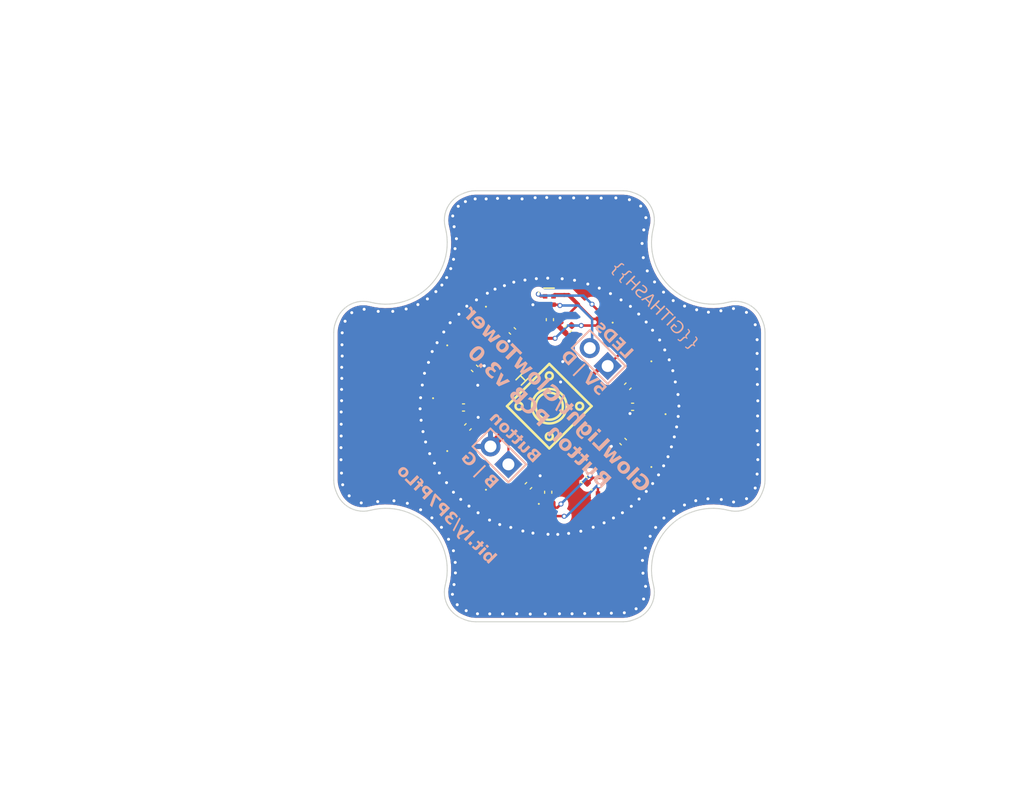
<source format=kicad_pcb>
(kicad_pcb (version 20240108) (generator "pcbnew") (generator_version "8.0")
  (title_block (comment 4 "AISLER Project ID: EJJVQQVN"))
  (layers (0 "F.Cu" signal) (31 "B.Cu" signal) (34 "B.Paste" user) (35 "F.Paste" user) (36 "B.SilkS" user "B.Silkscreen") (37 "F.SilkS" user "F.Silkscreen") (38 "B.Mask" user) (39 "F.Mask" user) (44 "Edge.Cuts" user))
  (net 0 "")
  (net 1 "gnd")
  (net 2 "vcc")
  (net 3 "input")
  (net 4 "data")
  (net 5 "leds.led_1.ic-din")
  (net 6 "leds.led_2.ic-din")
  (net 7 "leds.led_3.ic-din")
  (net 8 "leds.led_4.ic-din")
  (net 9 "leds.led_5.ic-din")
  (net 10 "leds.led_6.ic-din")
  (net 11 "leds.led_7.ic-din")
  (net 12 "leds.led_8.ic-din")
  (net 13 "leds.led_9.ic-din")
  (net 14 "leds.led_10.ic-din")
  (net 15 "leds.led_11.ic-din")
  (net 16 "dout")
  (net 17 "p2")
  (net 18 "p4")
  (footprint "lib:C0402" (layer "F.Cu") (at 98.550494 53.498473 -135)
    (property "Reference" "C2" (hide yes))
    (property "Value" "")
  )
  (footprint "lib:C0402" (layer "F.Cu") (at 100.131083 68.629062 135)
    (property "Reference" "C6" (hide yes))
    (property "Value" "")
  )
  (footprint "lib:LED-SMD_4P-L1.0-W1.0-TL_XL-1010RGBC-WS2812B" (layer "F.Cu") (at 101.950469 52.068597 180)
    (property "Reference" "U4" (hide yes))
    (property "Value" "")
  )
  (footprint "lib:LED-SMD_4P-L1.0-W1.0-TL_XL-1010RGBC-WS2812B" (layer "F.Cu") (at 105.83032 55.948448 180)
    (property "Reference" "U5" (hide yes))
    (property "Value" "")
  )
  (footprint "lib:SOD-923_L0.8-W0.6-LS1.0-RD" (layer "F.Cu") (at 93.92 58.53 -135)
    (property "Reference" "U16" (hide yes))
    (property "Value" "")
  )
  (footprint "lib:C0402" (layer "F.Cu") (at 94.560494 69.228473 45)
    (property "Reference" "C8" (hide yes))
    (property "Value" "")
  )
  (footprint "lib:KEY-SMD_4P-L6.0-W6.0-P4.50-LS8.6" (layer "F.Cu") (at 96.650494 61.248423 -45)
    (property "Reference" "U15" (hide yes))
    (property "Value" "")
  )
  (footprint "lib:LED-SMD_4P-L1.0-W1.0-TL_XL-1010RGBC-WS2812B" (layer "F.Cu") (at 91.350519 70.428249)
    (property "Reference" "U10" (hide yes))
    (property "Value" "")
  )
  (footprint "lib:C0402" (layer "F.Cu") (at 96.540494 69.878473 90)
    (property "Reference" "C7" (hide yes))
    (property "Value" "")
  )
  (footprint "lib:C0402" (layer "F.Cu") (at 89.170494 57.458473 -45)
    (property "Reference" "C11" (hide yes))
    (property "Value" "")
  )
  (footprint "lib:C0402" (layer "F.Cu") (at 105.000494 61.308473 180)
    (property "Reference" "C4" (hide yes))
    (property "Value" "")
  )
  (footprint "lib:LED-SMD_4P-L1.0-W1.0-TL_XL-1010RGBC-WS2812B" (layer "F.Cu") (at 91.350519 52.068597)
    (property "Reference" "U14" (hide yes))
    (property "Value" "")
  )
  (footprint "lib:C0402" (layer "F.Cu") (at 88.490494 63.328473 45)
    (property "Reference" "C9" (hide yes))
    (property "Value" "")
  )
  (footprint "lib:C0402" (layer "F.Cu") (at 96.710494 52.568473 -90)
    (property "Reference" "C1" (hide yes))
    (property "Value" "")
  )
  (footprint "lib:LED-SMD_4P-L1.0-W1.0-TL_XL-1010RGBC-WS2812B" (layer "F.Cu") (at 96.650494 50.648473)
    (property "Reference" "U3" (hide yes))
    (property "Value" "")
  )
  (footprint "lib:C0402" (layer "F.Cu") (at 92.950494 53.698473 -45)
    (property "Reference" "C12" (hide yes))
    (property "Value" "")
  )
  (footprint "lib:LED-SMD_4P-L1.0-W1.0-TL_XL-1010RGBC-WS2812B" (layer "F.Cu") (at 101.950469 70.428249)
    (property "Reference" "U8" (hide yes))
    (property "Value" "")
  )
  (footprint "lib:C0402" (layer "F.Cu") (at 88.050494 61.378473)
    (property "Reference" "C10" (hide yes))
    (property "Value" "")
  )
  (footprint "lib:C0402" (layer "F.Cu") (at 104.050494 64.798473 135)
    (property "Reference" "C5" (hide yes))
    (property "Value" "")
  )
  (footprint "lib:LED-SMD_4P-L1.0-W1.0-TL_XL-1010RGBC-WS2812B" (layer "F.Cu") (at 107.250444 61.248423 180)
    (property "Reference" "U6" (hide yes))
    (property "Value" "")
  )
  (footprint "lib:LED-SMD_4P-L1.0-W1.0-TL_XL-1010RGBC-WS2812B" (layer "F.Cu") (at 105.83032 66.548398 180)
    (property "Reference" "U7" (hide yes))
    (property "Value" "")
  )
  (footprint "lib:LED-SMD_4P-L1.0-W1.0-TL_XL-1010RGBC-WS2812B" (layer "F.Cu") (at 96.650494 71.848373)
    (property "Reference" "U9" (hide yes))
    (property "Value" "")
  )
  (footprint "lib:LED-SMD_4P-L1.0-W1.0-TL_XL-1010RGBC-WS2812B" (layer "F.Cu") (at 86.050544 61.248423)
    (property "Reference" "U12" (hide yes))
    (property "Value" "")
  )
  (footprint "lib:LED-SMD_4P-L1.0-W1.0-TL_XL-1010RGBC-WS2812B" (layer "F.Cu") (at 87.470668 55.948448)
    (property "Reference" "U13" (hide yes))
    (property "Value" "")
  )
  (footprint "lib:C0402" (layer "F.Cu") (at 104.519905 59.249062 -135)
    (property "Reference" "C3" (hide yes))
    (property "Value" "")
  )
  (footprint "lib:LED-SMD_4P-L1.0-W1.0-TL_XL-1010RGBC-WS2812B" (layer "F.Cu") (at 87.470668 66.548398)
    (property "Reference" "U11" (hide yes))
    (property "Value" "")
  )
  (footprint "lib:HDR-TH_2P-P2.54-V-M" (layer "B.Cu") (at 91.652159 66.185841 135)
    (property "Reference" "U2" (hide yes))
    (property "Value" "")
  )
  (footprint "lib:HDR-TH_2P-P2.54-V-M" (layer "B.Cu") (at 101.602055 56.320034 135)
    (property "Reference" "U1" (hide yes))
    (property "Value" "")
  )
  (gr_line (start 96.100494 49.408473) (end 97.140494 49.408473) (stroke (width 0.15)) (layer "F.SilkS"))
  (gr_line (start 86.598326 81.479625) (end 86.802358 81.75245) (stroke (width 0.1)) (layer "Edge.Cuts"))
  (gr_line (start 76.432363 71.313737) (end 76.72759 71.483761) (stroke (width 0.1)) (layer "Edge.Cuts"))
  (gr_line (start 107.169319 42.30296) (end 107.113802 41.966834) (stroke (width 0.1)) (layer "Edge.Cuts"))
  (gr_line (start 85.255623 74.042489) (end 85.527457 74.452607) (stroke (width 0.1)) (layer "Edge.Cuts"))
  (gr_line (start 106.714974 41.031111) (end 106.510941 40.758286) (stroke (width 0.1)) (layer "Edge.Cuts"))
  (gr_line (start 106.894526 44.776796) (end 106.921511 44.28551) (stroke (width 0.1)) (layer "Edge.Cuts"))
  (gr_line (start 108.695141 49.216875) (end 108.361422 48.855321) (stroke (width 0.1)) (layer "Edge.Cuts"))
  (gr_line (start 75.512481 70.324841) (end 75.696282 70.611695) (stroke (width 0.1)) (layer "Edge.Cuts"))
  (gr_line (start 77.040996 71.617343) (end 77.368103 71.712572) (stroke (width 0.1)) (layer "Edge.Cuts"))
  (gr_line (start 107.018625 80.871021) (end 107.113855 80.543914) (stroke (width 0.1)) (layer "Edge.Cuts"))
  (gr_line (start 108.361422 48.855321) (end 108.057673 48.468247) (stroke (width 0.1)) (layer "Edge.Cuts"))
  (gr_line (start 117.800774 70.324822) (end 117.949027 70.018086) (stroke (width 0.1)) (layer "Edge.Cuts"))
  (gr_line (start 110.73262 50.567354) (end 110.284422 50.364355) (stroke (width 0.1)) (layer "Edge.Cuts"))
  (gr_line (start 114.928986 71.757397) (end 115.2687 71.783102) (stroke (width 0.1)) (layer "Edge.Cuts"))
  (gr_line (start 107.158625 42.98302) (end 107.184331 42.643311) (stroke (width 0.1)) (layer "Edge.Cuts"))
  (gr_line (start 78.718528 71.691337) (end 79.199234 71.586402) (stroke (width 0.1)) (layer "Edge.Cuts"))
  (gr_line (start 75.912998 70.874566) (end 76.159533 71.109701) (stroke (width 0.1)) (layer "Edge.Cuts"))
  (gr_line (start 86.35474 45.757973) (end 86.264134 46.241585) (stroke (width 0.1)) (layer "Edge.Cuts"))
  (gr_line (start 86.143983 80.207776) (end 86.1995 80.543901) (stroke (width 0.1)) (layer "Edge.Cuts"))
  (gr_line (start 106.958561 76.752763) (end 107.049167 76.269152) (stroke (width 0.1)) (layer "Edge.Cuts"))
  (gr_line (start 112.154042 50.953458) (end 111.670432 50.862851) (stroke (width 0.1)) (layer "Edge.Cuts"))
  (gr_line (start 117.153737 71.109684) (end 117.400267 70.874548) (stroke (width 0.1)) (layer "Edge.Cuts"))
  (gr_line (start 86.199443 41.966822) (end 86.143925 42.302955) (stroke (width 0.1)) (layer "Edge.Cuts"))
  (gr_line (start 111.195611 50.733875) (end 110.73262 50.567354) (stroke (width 0.1)) (layer "Edge.Cuts"))
  (gr_line (start 78.384308 50.753362) (end 78.044597 50.727663) (stroke (width 0.1)) (layer "Edge.Cuts"))
  (gr_line (start 106.012977 82.215738) (end 106.275849 81.999021) (stroke (width 0.1)) (layer "Edge.Cuts"))
  (gr_line (start 108.057673 48.468247) (end 107.78584 48.058129) (stroke (width 0.1)) (layer "Edge.Cuts"))
  (gr_line (start 87.89393 82.547747) (end 88.203426 82.672502) (stroke (width 0.1)) (layer "Edge.Cuts"))
  (gr_line (start 107.547664 74.883143) (end 107.785842 74.452607) (stroke (width 0.1)) (layer "Edge.Cuts"))
  (gr_line (start 87.30032 40.294999) (end 87.037448 40.511715) (stroke (width 0.1)) (layer "Edge.Cuts"))
  (gr_line (start 80.178076 51.01749) (end 79.686791 50.990506) (stroke (width 0.1)) (layer "Edge.Cuts"))
  (gr_line (start 85.765636 74.883141) (end 85.968635 75.33134) (stroke (width 0.1)) (layer "Edge.Cuts"))
  (gr_line (start 81.642866 50.862853) (end 81.159254 50.953459) (stroke (width 0.1)) (layer "Edge.Cuts"))
  (gr_line (start 112.64335 51.005114) (end 112.154042 50.953458) (stroke (width 0.1)) (layer "Edge.Cuts"))
  (gr_line (start 86.128971 79.867427) (end 86.143983 80.207776) (stroke (width 0.1)) (layer "Edge.Cuts"))
  (gr_line (start 77.704248 50.742683) (end 77.368122 50.798206) (stroke (width 0.1)) (layer "Edge.Cuts"))
  (gr_line (start 106.906904 77.24207) (end 106.958561 76.752763) (stroke (width 0.1)) (layer "Edge.Cuts"))
  (gr_line (start 87.037488 81.99898) (end 87.300354 82.215692) (stroke (width 0.1)) (layer "Edge.Cuts"))
  (gr_line (start 106.906902 45.268667) (end 106.894526 44.776796) (stroke (width 0.1)) (layer "Edge.Cuts"))
  (gr_line (start 106.921511 44.28551) (end 106.987682 43.797954) (stroke (width 0.1)) (layer "Edge.Cuts"))
  (gr_line (start 109.443771 72.656395) (end 109.853888 72.384561) (stroke (width 0.1)) (layer "Edge.Cuts"))
  (gr_line (start 86.325616 43.797954) (end 86.391788 44.28551) (stroke (width 0.1)) (layer "Edge.Cuts"))
  (gr_line (start 118.073783 69.708591) (end 118.183763 69.369065) (stroke (width 0.1)) (layer "Edge.Cuts"))
  (gr_line (start 86.220679 43.317248) (end 86.325616 43.797954) (stroke (width 0.1)) (layer "Edge.Cuts"))
  (gr_line (start 107.018574 41.639734) (end 106.884995 41.326333) (stroke (width 0.1)) (layer "Edge.Cuts"))
  (gr_line (start 105.726124 82.399539) (end 106.012977 82.215738) (stroke (width 0.1)) (layer "Edge.Cuts"))
  (gr_line (start 109.056697 72.960143) (end 109.443771 72.656395) (stroke (width 0.1)) (layer "Edge.Cuts"))
  (gr_line (start 116.585709 51.026972) (end 116.272302 50.893391) (stroke (width 0.1)) (layer "Edge.Cuts"))
  (gr_line (start 83.869529 49.854345) (end 83.459411 50.126178) (stroke (width 0.1)) (layer "Edge.Cuts"))
  (gr_line (start 87.037448 40.511715) (end 86.802315 40.75825) (stroke (width 0.1)) (layer "Edge.Cuts"))
  (gr_line (start 107.547661 47.627595) (end 107.344662 47.179396) (stroke (width 0.1)) (layer "Edge.Cuts"))
  (gr_line (start 84.256602 72.960142) (end 84.618155 73.293861) (stroke (width 0.1)) (layer "Edge.Cuts"))
  (gr_line (start 112.154044 71.55728) (end 112.64335 71.505623) (stroke (width 0.1)) (layer "Edge.Cuts"))
  (gr_line (start 86.135158 46.716407) (end 85.968637 47.179398) (stroke (width 0.1)) (layer "Edge.Cuts"))
  (gr_line (start 114.114063 50.924334) (end 113.626507 50.990505) (stroke (width 0.1)) (layer "Edge.Cuts"))
  (gr_line (start 85.968637 47.179398) (end 85.765638 47.627595) (stroke (width 0.1)) (layer "Edge.Cuts"))
  (gr_line (start 116.272285 71.617332) (end 116.585688 71.483748) (stroke (width 0.1)) (layer "Edge.Cuts"))
  (gr_line (start 77.041022 50.893439) (end 76.727622 51.027021) (stroke (width 0.1)) (layer "Edge.Cuts"))
  (gr_line (start 109.443769 49.854343) (end 109.056695 49.550594) (stroke (width 0.1)) (layer "Edge.Cuts"))
  (gr_line (start 107.178141 46.716405) (end 107.049165 46.241585) (stroke (width 0.1)) (layer "Edge.Cuts"))
  (gr_line (start 116.585688 71.483748) (end 116.880911 71.313722) (stroke (width 0.1)) (layer "Edge.Cuts"))
  (gr_line (start 88.203426 39.838234) (end 87.89393 39.962989) (stroke (width 0.1)) (layer "Edge.Cuts"))
  (gr_line (start 106.921513 78.225226) (end 106.894529 77.73394) (stroke (width 0.1)) (layer "Edge.Cuts"))
  (gr_line (start 78.718528 50.819399) (end 78.384308 50.753362) (stroke (width 0.1)) (layer "Edge.Cuts"))
  (gr_line (start 88.542952 82.782482) (end 88.893559 82.849173) (stroke (width 0.1)) (layer "Edge.Cuts"))
  (gr_line (start 104.770346 82.782489) (end 105.109871 82.672502) (stroke (width 0.1)) (layer "Edge.Cuts"))
  (gr_line (start 117.949027 70.018086) (end 118.073783 69.708591) (stroke (width 0.1)) (layer "Edge.Cuts"))
  (gr_line (start 104.419737 39.661562) (end 104.063544 39.639214) (stroke (width 0.1)) (layer "Edge.Cuts"))
  (gr_line (start 78.044597 50.727663) (end 77.704248 50.742683) (stroke (width 0.1)) (layer "Edge.Cuts"))
  (gr_line (start 105.109871 82.672502) (end 105.419367 82.547747) (stroke (width 0.1)) (layer "Edge.Cuts"))
  (gr_line (start 106.275849 81.999021) (end 106.510982 81.752487) (stroke (width 0.1)) (layer "Edge.Cuts"))
  (gr_line (start 85.765638 47.627595) (end 85.527459 48.058131) (stroke (width 0.1)) (layer "Edge.Cuts"))
  (gr_line (start 87.300354 82.215692) (end 87.587201 82.39949) (stroke (width 0.1)) (layer "Edge.Cuts"))
  (gr_line (start 113.13522 51.01749) (end 112.64335 51.005114) (stroke (width 0.1)) (layer "Edge.Cuts"))
  (gr_line (start 84.256603 49.550596) (end 83.869529 49.854345) (stroke (width 0.1)) (layer "Edge.Cuts"))
  (gr_line (start 75.129523 69.369067) (end 75.239514 69.708591) (stroke (width 0.1)) (layer "Edge.Cuts"))
  (gr_line (start 87.587201 82.39949) (end 87.89393 82.547747) (stroke (width 0.1)) (layer "Edge.Cuts"))
  (gr_line (start 105.419367 82.547747) (end 105.726124 82.399539) (stroke (width 0.1)) (layer "Edge.Cuts"))
  (gr_line (start 77.368122 50.798206) (end 77.041022 50.893439) (stroke (width 0.1)) (layer "Edge.Cuts"))
  (gr_line (start 82.117687 50.733876) (end 81.642866 50.862853) (stroke (width 0.1)) (layer "Edge.Cuts"))
  (gr_line (start 106.958558 45.757974) (end 106.906902 45.268667) (stroke (width 0.1)) (layer "Edge.Cuts"))
  (gr_line (start 86.154678 79.527718) (end 86.128971 79.867427) (stroke (width 0.1)) (layer "Edge.Cuts"))
  (gr_line (start 75.364269 52.49265) (end 75.239514 52.802145) (stroke (width 0.1)) (layer "Edge.Cuts"))
  (gr_line (start 79.68679 71.520231) (end 80.178076 71.493246) (stroke (width 0.1)) (layer "Edge.Cuts"))
  (gr_line (start 107.113855 80.543914) (end 107.169372 80.207781) (stroke (width 0.1)) (layer "Edge.Cuts"))
  (gr_line (start 86.418772 44.776796) (end 86.406397 45.268666) (stroke (width 0.1)) (layer "Edge.Cuts"))
  (gr_line (start 117.153769 51.401032) (end 116.880938 51.196995) (stroke (width 0.1)) (layer "Edge.Cuts"))
  (gr_line (start 107.344664 75.33134) (end 107.547664 74.883143) (stroke (width 0.1)) (layer "Edge.Cuts"))
  (gr_line (start 115.268706 50.727631) (end 114.92899 50.753339) (stroke (width 0.1)) (layer "Edge.Cuts"))
  (gr_line (start 86.128912 42.643311) (end 86.15462 42.983027) (stroke (width 0.1)) (layer "Edge.Cuts"))
  (gr_line (start 84.618157 49.216876) (end 84.256603 49.550596) (stroke (width 0.1)) (layer "Edge.Cuts"))
  (gr_line (start 88.203426 82.672502) (end 88.542952 82.782482) (stroke (width 0.1)) (layer "Edge.Cuts"))
  (gr_line (start 75.129529 53.14167) (end 75.062843 53.492278) (stroke (width 0.1)) (layer "Edge.Cuts"))
  (gr_line (start 86.325615 78.712782) (end 86.220679 79.193488) (stroke (width 0.1)) (layer "Edge.Cuts"))
  (gr_line (start 117.400267 70.874548) (end 117.616978 70.611676) (stroke (width 0.1)) (layer "Edge.Cuts"))
  (gr_line (start 104.419738 82.849178) (end 104.770346 82.782489) (stroke (width 0.1)) (layer "Edge.Cuts"))
  (gr_line (start 107.092617 79.193488) (end 106.987684 78.712782) (stroke (width 0.1)) (layer "Edge.Cuts"))
  (gr_line (start 109.853887 50.126176) (end 109.443769 49.854343) (stroke (width 0.1)) (layer "Edge.Cuts"))
  (gr_line (start 115.945195 50.798161) (end 115.609062 50.742643) (stroke (width 0.1)) (layer "Edge.Cuts"))
  (gr_line (start 76.159576 51.401078) (end 75.913044 51.636208) (stroke (width 0.1)) (layer "Edge.Cuts"))
  (gr_line (start 86.428255 41.326309) (end 86.294673 41.639715) (stroke (width 0.1)) (layer "Edge.Cuts"))
  (gr_line (start 107.184331 42.643311) (end 107.169319 42.30296) (stroke (width 0.1)) (layer "Edge.Cuts"))
  (gr_line (start 106.894529 77.73394) (end 106.906904 77.24207) (stroke (width 0.1)) (layer "Edge.Cuts"))
  (gr_line (start 88.893558 39.661561) (end 88.54295 39.728247) (stroke (width 0.1)) (layer "Edge.Cuts"))
  (gr_line (start 86.354738 76.752762) (end 86.406394 77.242069) (stroke (width 0.1)) (layer "Edge.Cuts"))
  (gr_line (start 86.391788 44.28551) (end 86.418772 44.776796) (stroke (width 0.1)) (layer "Edge.Cuts"))
  (gr_line (start 105.419367 39.962989) (end 105.109871 39.838234) (stroke (width 0.1)) (layer "Edge.Cuts"))
  (gr_line (start 83.45941 72.38456) (end 83.869527 72.656393) (stroke (width 0.1)) (layer "Edge.Cuts"))
  (gr_line (start 107.113802 41.966834) (end 107.018574 41.639734) (stroke (width 0.1)) (layer "Edge.Cuts"))
  (gr_line (start 106.71502 81.479656) (end 106.885043 81.184428) (stroke (width 0.1)) (layer "Edge.Cuts"))
  (gr_line (start 109.056695 49.550594) (end 108.695141 49.216875) (stroke (width 0.1)) (layer "Edge.Cuts"))
  (gr_line (start 75.040494 68.662263) (end 75.062829 69.018459) (stroke (width 0.1)) (layer "Edge.Cuts"))
  (gr_line (start 118.250453 69.018457) (end 118.272802 68.662263) (stroke (width 0.1)) (layer "Edge.Cuts"))
  (gr_line (start 84.951874 73.655415) (end 85.255623 74.042489) (stroke (width 0.1)) (layer "Edge.Cuts"))
  (gr_line (start 86.143925 42.302955) (end 86.128912 42.643311) (stroke (width 0.1)) (layer "Edge.Cuts"))
  (gr_line (start 76.72759 71.483761) (end 77.040996 71.617343) (stroke (width 0.1)) (layer "Edge.Cuts"))
  (gr_line (start 114.594769 50.819399) (end 114.114063 50.924334) (stroke (width 0.1)) (layer "Edge.Cuts"))
  (gr_line (start 117.800823 52.185891) (end 117.617021 51.899038) (stroke (width 0.1)) (layer "Edge.Cuts"))
  (gr_line (start 75.040494 53.848473) (end 75.040494 68.662263) (stroke (width 0.1)) (layer "Edge.Cuts"))
  (gr_line (start 115.609062 50.742643) (end 115.268706 50.727631) (stroke (width 0.1)) (layer "Edge.Cuts"))
  (gr_line (start 117.400305 51.636166) (end 117.153769 51.401032) (stroke (width 0.1)) (layer "Edge.Cuts"))
  (gr_line (start 85.255626 48.468248) (end 84.951877 48.855322) (stroke (width 0.1)) (layer "Edge.Cuts"))
  (gr_line (start 113.626506 71.520231) (end 114.114063 71.586402) (stroke (width 0.1)) (layer "Edge.Cuts"))
  (gr_line (start 86.264132 76.269151) (end 86.354738 76.752762) (stroke (width 0.1)) (layer "Edge.Cuts"))
  (gr_line (start 87.89393 39.962989) (end 87.587173 40.111197) (stroke (width 0.1)) (layer "Edge.Cuts"))
  (gr_line (start 75.51253 52.185921) (end 75.364269 52.49265) (stroke (width 0.1)) (layer "Edge.Cuts"))
  (gr_line (start 79.199234 71.586402) (end 79.68679 71.520231) (stroke (width 0.1)) (layer "Edge.Cuts"))
  (gr_line (start 106.885043 81.184428) (end 107.018625 80.871021) (stroke (width 0.1)) (layer "Edge.Cuts"))
  (gr_line (start 86.41877 77.73394) (end 86.391786 78.225226) (stroke (width 0.1)) (layer "Edge.Cuts"))
  (gr_line (start 80.669948 51.005115) (end 80.178076 51.01749) (stroke (width 0.1)) (layer "Edge.Cuts"))
  (gr_line (start 86.428306 81.184402) (end 86.598326 81.479625) (stroke (width 0.1)) (layer "Edge.Cuts"))
  (gr_line (start 76.4324 51.197044) (end 76.159576 51.401078) (stroke (width 0.1)) (layer "Edge.Cuts"))
  (gr_line (start 75.239514 69.708591) (end 75.364269 70.018086) (stroke (width 0.1)) (layer "Edge.Cuts"))
  (gr_line (start 118.183769 53.14167) (end 118.073783 52.802145) (stroke (width 0.1)) (layer "Edge.Cuts"))
  (gr_line (start 107.785842 74.452607) (end 108.057676 74.04249) (stroke (width 0.1)) (layer "Edge.Cuts"))
  (gr_line (start 80.178076 71.493246) (end 80.669947 71.505622) (stroke (width 0.1)) (layer "Edge.Cuts"))
  (gr_line (start 106.884995 41.326333) (end 106.714974 41.031111) (stroke (width 0.1)) (layer "Edge.Cuts"))
  (gr_line (start 75.062829 69.018459) (end 75.129523 69.369067) (stroke (width 0.1)) (layer "Edge.Cuts"))
  (gr_line (start 112.64335 71.505623) (end 113.135221 71.493247) (stroke (width 0.1)) (layer "Edge.Cuts"))
  (gr_line (start 117.616978 70.611676) (end 117.800774 70.324822) (stroke (width 0.1)) (layer "Edge.Cuts"))
  (gr_line (start 106.510982 81.752487) (end 106.71502 81.479656) (stroke (width 0.1)) (layer "Edge.Cuts"))
  (gr_line (start 118.25046 53.492278) (end 118.183769 53.14167) (stroke (width 0.1)) (layer "Edge.Cuts"))
  (gr_line (start 85.527459 48.058131) (end 85.255626 48.468248) (stroke (width 0.1)) (layer "Edge.Cuts"))
  (gr_line (start 115.609053 71.768086) (end 115.945182 71.712565) (stroke (width 0.1)) (layer "Edge.Cuts"))
  (gr_line (start 75.364269 70.018086) (end 75.512481 70.324841) (stroke (width 0.1)) (layer "Edge.Cuts"))
  (gr_line (start 104.770347 39.728248) (end 104.419737 39.661562) (stroke (width 0.1)) (layer "Edge.Cuts"))
  (gr_line (start 116.880911 71.313722) (end 117.153737 71.109684) (stroke (width 0.1)) (layer "Edge.Cuts"))
  (gr_line (start 85.968635 75.33134) (end 86.135155 75.794331) (stroke (width 0.1)) (layer "Edge.Cuts"))
  (gr_line (start 75.062843 53.492278) (end 75.040494 53.848473) (stroke (width 0.1)) (layer "Edge.Cuts"))
  (gr_line (start 115.2687 71.783102) (end 115.609053 71.768086) (stroke (width 0.1)) (layer "Edge.Cuts"))
  (gr_line (start 86.802358 81.75245) (end 87.037488 81.99898) (stroke (width 0.1)) (layer "Edge.Cuts"))
  (gr_line (start 86.264134 46.241585) (end 86.135158 46.716407) (stroke (width 0.1)) (layer "Edge.Cuts"))
  (gr_line (start 107.169372 80.207781) (end 107.184385 79.867425) (stroke (width 0.1)) (layer "Edge.Cuts"))
  (gr_line (start 82.580678 50.567356) (end 82.117687 50.733876) (stroke (width 0.1)) (layer "Edge.Cuts"))
  (gr_line (start 88.893559 82.849173) (end 89.249753 82.871522) (stroke (width 0.1)) (layer "Edge.Cuts"))
  (gr_line (start 106.275811 40.511755) (end 106.012944 40.295043) (stroke (width 0.1)) (layer "Edge.Cuts"))
  (gr_line (start 107.049165 46.241585) (end 106.958558 45.757974) (stroke (width 0.1)) (layer "Edge.Cuts"))
  (gr_line (start 79.199234 50.924334) (end 78.718528 50.819399) (stroke (width 0.1)) (layer "Edge.Cuts"))
  (gr_line (start 76.727622 51.027021) (end 76.4324 51.197044) (stroke (width 0.1)) (layer "Edge.Cuts"))
  (gr_line (start 86.598279 41.031081) (end 86.428255 41.326309) (stroke (width 0.1)) (layer "Edge.Cuts"))
  (gr_line (start 108.057676 74.04249) (end 108.361424 73.655416) (stroke (width 0.1)) (layer "Edge.Cuts"))
  (gr_line (start 78.044592 71.783104) (end 78.384307 71.757396) (stroke (width 0.1)) (layer "Edge.Cuts"))
  (gr_line (start 104.063544 39.639214) (end 89.249753 39.639214) (stroke (width 0.1)) (layer "Edge.Cuts"))
  (gr_line (start 77.704236 71.768091) (end 78.044592 71.783104) (stroke (width 0.1)) (layer "Edge.Cuts"))
  (gr_line (start 84.618155 73.293861) (end 84.951874 73.655415) (stroke (width 0.1)) (layer "Edge.Cuts"))
  (gr_line (start 89.249753 82.871522) (end 104.063544 82.871522) (stroke (width 0.1)) (layer "Edge.Cuts"))
  (gr_line (start 83.869527 72.656393) (end 84.256602 72.960142) (stroke (width 0.1)) (layer "Edge.Cuts"))
  (gr_line (start 108.695143 73.293862) (end 109.056697 72.960143) (stroke (width 0.1)) (layer "Edge.Cuts"))
  (gr_line (start 111.670432 71.647885) (end 112.154044 71.55728) (stroke (width 0.1)) (layer "Edge.Cuts"))
  (gr_line (start 86.294673 41.639715) (end 86.199443 41.966822) (stroke (width 0.1)) (layer "Edge.Cuts"))
  (gr_line (start 113.135221 71.493247) (end 113.626506 71.520231) (stroke (width 0.1)) (layer "Edge.Cuts"))
  (gr_line (start 82.117686 71.776861) (end 82.580677 71.943382) (stroke (width 0.1)) (layer "Edge.Cuts"))
  (gr_line (start 75.696331 51.899075) (end 75.51253 52.185921) (stroke (width 0.1)) (layer "Edge.Cuts"))
  (gr_line (start 75.696282 70.611695) (end 75.912998 70.874566) (stroke (width 0.1)) (layer "Edge.Cuts"))
  (gr_line (start 107.344662 47.179396) (end 107.178141 46.716405) (stroke (width 0.1)) (layer "Edge.Cuts"))
  (gr_line (start 117.617021 51.899038) (end 117.400305 51.636166) (stroke (width 0.1)) (layer "Edge.Cuts"))
  (gr_line (start 117.949027 52.49265) (end 117.800823 52.185891) (stroke (width 0.1)) (layer "Edge.Cuts"))
  (gr_line (start 82.580677 71.943382) (end 83.028875 72.146381) (stroke (width 0.1)) (layer "Edge.Cuts"))
  (gr_line (start 106.510941 40.758286) (end 106.275811 40.511755) (stroke (width 0.1)) (layer "Edge.Cuts"))
  (gr_line (start 105.109871 39.838234) (end 104.770347 39.728248) (stroke (width 0.1)) (layer "Edge.Cuts"))
  (gr_line (start 109.853888 72.384561) (end 110.284423 72.146382) (stroke (width 0.1)) (layer "Edge.Cuts"))
  (gr_line (start 81.642865 71.647885) (end 82.117686 71.776861) (stroke (width 0.1)) (layer "Edge.Cuts"))
  (gr_line (start 116.880938 51.196995) (end 116.585709 51.026972) (stroke (width 0.1)) (layer "Edge.Cuts"))
  (gr_line (start 118.272802 68.662263) (end 118.272802 53.848473) (stroke (width 0.1)) (layer "Edge.Cuts"))
  (gr_line (start 75.239514 52.802145) (end 75.129529 53.14167) (stroke (width 0.1)) (layer "Edge.Cuts"))
  (gr_line (start 83.459411 50.126178) (end 83.028876 50.364357) (stroke (width 0.1)) (layer "Edge.Cuts"))
  (gr_line (start 107.049167 76.269152) (end 107.178143 75.794331) (stroke (width 0.1)) (layer "Edge.Cuts"))
  (gr_line (start 77.368103 71.712572) (end 77.704236 71.768091) (stroke (width 0.1)) (layer "Edge.Cuts"))
  (gr_line (start 86.294727 80.871002) (end 86.428306 81.184402) (stroke (width 0.1)) (layer "Edge.Cuts"))
  (gr_line (start 114.594769 71.691337) (end 114.928986 71.757397) (stroke (width 0.1)) (layer "Edge.Cuts"))
  (gr_line (start 111.670432 50.862851) (end 111.195611 50.733875) (stroke (width 0.1)) (layer "Edge.Cuts"))
  (gr_line (start 86.220679 79.193488) (end 86.154678 79.527718) (stroke (width 0.1)) (layer "Edge.Cuts"))
  (gr_line (start 107.158678 79.527709) (end 107.092617 79.193488) (stroke (width 0.1)) (layer "Edge.Cuts"))
  (gr_line (start 104.063544 82.871522) (end 104.419738 82.849178) (stroke (width 0.1)) (layer "Edge.Cuts"))
  (gr_line (start 89.249753 39.639214) (end 88.893558 39.661561) (stroke (width 0.1)) (layer "Edge.Cuts"))
  (gr_line (start 107.178143 75.794331) (end 107.344664 75.33134) (stroke (width 0.1)) (layer "Edge.Cuts"))
  (gr_line (start 106.987684 78.712782) (end 106.921513 78.225226) (stroke (width 0.1)) (layer "Edge.Cuts"))
  (gr_line (start 111.195612 71.776862) (end 111.670432 71.647885) (stroke (width 0.1)) (layer "Edge.Cuts"))
  (gr_line (start 79.686791 50.990506) (end 79.199234 50.924334) (stroke (width 0.1)) (layer "Edge.Cuts"))
  (gr_line (start 86.391786 78.225226) (end 86.325615 78.712782) (stroke (width 0.1)) (layer "Edge.Cuts"))
  (gr_line (start 86.802315 40.75825) (end 86.598279 41.031081) (stroke (width 0.1)) (layer "Edge.Cuts"))
  (gr_line (start 114.114063 71.586402) (end 114.594769 71.691337) (stroke (width 0.1)) (layer "Edge.Cuts"))
  (gr_line (start 83.028875 72.146381) (end 83.45941 72.38456) (stroke (width 0.1)) (layer "Edge.Cuts"))
  (gr_line (start 86.135155 75.794331) (end 86.264132 76.269151) (stroke (width 0.1)) (layer "Edge.Cuts"))
  (gr_line (start 114.92899 50.753339) (end 114.594769 50.819399) (stroke (width 0.1)) (layer "Edge.Cuts"))
  (gr_line (start 88.54295 39.728247) (end 88.203426 39.838234) (stroke (width 0.1)) (layer "Edge.Cuts"))
  (gr_line (start 106.012944 40.295043) (end 105.726097 40.111245) (stroke (width 0.1)) (layer "Edge.Cuts"))
  (gr_line (start 107.78584 48.058129) (end 107.547661 47.627595) (stroke (width 0.1)) (layer "Edge.Cuts"))
  (gr_line (start 110.284423 72.146382) (end 110.732621 71.943382) (stroke (width 0.1)) (layer "Edge.Cuts"))
  (gr_line (start 86.406397 45.268666) (end 86.35474 45.757973) (stroke (width 0.1)) (layer "Edge.Cuts"))
  (gr_line (start 118.183763 69.369065) (end 118.250453 69.018457) (stroke (width 0.1)) (layer "Edge.Cuts"))
  (gr_line (start 107.184385 79.867425) (end 107.158678 79.527709) (stroke (width 0.1)) (layer "Edge.Cuts"))
  (gr_line (start 116.272302 50.893391) (end 115.945195 50.798161) (stroke (width 0.1)) (layer "Edge.Cuts"))
  (gr_line (start 81.159254 71.557278) (end 81.642865 71.647885) (stroke (width 0.1)) (layer "Edge.Cuts"))
  (gr_line (start 85.527457 74.452607) (end 85.765636 74.883141) (stroke (width 0.1)) (layer "Edge.Cuts"))
  (gr_line (start 118.272802 53.848473) (end 118.25046 53.492278) (stroke (width 0.1)) (layer "Edge.Cuts"))
  (gr_line (start 76.159533 71.109701) (end 76.432363 71.313737) (stroke (width 0.1)) (layer "Edge.Cuts"))
  (gr_line (start 84.951877 48.855322) (end 84.618157 49.216876) (stroke (width 0.1)) (layer "Edge.Cuts"))
  (gr_line (start 87.587173 40.111197) (end 87.30032 40.294999) (stroke (width 0.1)) (layer "Edge.Cuts"))
  (gr_line (start 115.945182 71.712565) (end 116.272285 71.617332) (stroke (width 0.1)) (layer "Edge.Cuts"))
  (gr_line (start 107.092617 43.317248) (end 107.158625 42.98302) (stroke (width 0.1)) (layer "Edge.Cuts"))
  (gr_line (start 81.159254 50.953459) (end 80.669948 51.005115) (stroke (width 0.1)) (layer "Edge.Cuts"))
  (gr_line (start 118.073783 52.802145) (end 117.949027 52.49265) (stroke (width 0.1)) (layer "Edge.Cuts"))
  (gr_line (start 110.732621 71.943382) (end 111.195612 71.776862) (stroke (width 0.1)) (layer "Edge.Cuts"))
  (gr_line (start 80.669947 71.505622) (end 81.159254 71.557278) (stroke (width 0.1)) (layer "Edge.Cuts"))
  (gr_line (start 78.384307 71.757396) (end 78.718528 71.691337) (stroke (width 0.1)) (layer "Edge.Cuts"))
  (gr_line (start 106.987682 43.797954) (end 107.092617 43.317248) (stroke (width 0.1)) (layer "Edge.Cuts"))
  (gr_line (start 75.913044 51.636208) (end 75.696331 51.899075) (stroke (width 0.1)) (layer "Edge.Cuts"))
  (gr_line (start 113.626507 50.990505) (end 113.13522 51.01749) (stroke (width 0.1)) (layer "Edge.Cuts"))
  (gr_line (start 86.406394 77.242069) (end 86.41877 77.73394) (stroke (width 0.1)) (layer "Edge.Cuts"))
  (gr_line (start 86.1995 80.543901) (end 86.294727 80.871002) (stroke (width 0.1)) (layer "Edge.Cuts"))
  (gr_line (start 110.284422 50.364355) (end 109.853887 50.126176) (stroke (width 0.1)) (layer "Edge.Cuts"))
  (gr_line (start 105.726097 40.111245) (end 105.419367 39.962989) (stroke (width 0.1)) (layer "Edge.Cuts"))
  (gr_line (start 83.028876 50.364357) (end 82.580678 50.567356) (stroke (width 0.1)) (layer "Edge.Cuts"))
  (gr_line (start 108.361424 73.655416) (end 108.695143 73.293862) (stroke (width 0.1)) (layer "Edge.Cuts"))
  (gr_line (start 86.15462 42.983027) (end 86.220679 43.317248) (stroke (width 0.1)) (layer "Edge.Cuts"))
  (gr_text "B | G" (at 90.720494 69.768347 315) (layer "B.SilkS") (effects (font (size 1.2 1.2) (thickness 0.25) (bold yes)) (justify left bottom mirror)))
  (gr_text "bit.ly/3P7PfLo" (at 85.830494 72.618347 315) (layer "B.SilkS") (effects (font (size 1.2 1.2) (thickness 0.25) (bold yes)) (justify bottom mirror)))
  (gr_text "5V | D" (at 101.550494 60.438347 315) (layer "B.SilkS") (effects (font (size 1.2 1.2) (thickness 0.25) (bold yes)) (justify left bottom mirror)))
  (gr_text "GlowLight/GlowTower\nButton PCB v3.0" (at 94.970494 62.998347 315) (layer "B.SilkS") (effects (font (size 1.5 1.5) (thickness 0.25) (bold yes)) (justify bottom mirror)))
  (gr_text "LEDs" (at 104.230494 56.748347 315) (layer "B.SilkS") (effects (font (size 1.2 1.2) (thickness 0.25) (bold yes)) (justify left bottom mirror)))
  (gr_text "{{GITHASH}}" (at 106.710494 51.698347 315) (layer "B.SilkS") (effects (font (size 1.2 1.2) (thickness 0.1)) (justify bottom mirror)))
  (gr_text "Button" (at 94.960494 67.168347 315) (layer "B.SilkS") (effects (font (size 1.2 1.2) (thickness 0.25) (bold yes)) (justify left bottom mirror)))
  (segment (start 93.289905 54.037884) (end 92.604905 54.722884) (width 0.25) (layer "F.Cu") (net 1))
  (segment (start 88.530494 61.378473) (end 89.520494 62.368473) (width 0.25) (layer "F.Cu") (net 1))
  (segment (start 100.135251 70.85323) (end 99.580494 70.298473) (width 0.25) (layer "F.Cu") (net 1))
  (segment (start 93.538162 58.911838) (end 92.651146 59.798854) (width 0.25) (layer "F.Cu") (net 1))
  (segment (start 96.130494 53.048473) (end 95.005475 51.923454) (width 0.25) (layer "F.Cu") (net 1))
  (segment (start 85.630494 67.548473) (end 85.630494 67.948473) (width 0.25) (layer "F.Cu") (net 1))
  (segment (start 96.225513 72.273354) (end 96.225513 73.803492) (width 0.25) (layer "F.Cu") (net 1))
  (segment (start 89.450494 62.368473) (end 89.520482 62.368473) (width 0.25) (layer "F.Cu") (net 1))
  (segment (start 96.225513 73.803492) (end 96.520494 74.098473) (width 0.25) (layer "F.Cu") (net 1))
  (segment (start 92.018917 64.021072) (end 90.756005 65.283984) (width 0.8) (layer "F.Cu") (net 1))
  (segment (start 87.045687 56.373429) (end 85.51545 56.373429) (width 0.25) (layer "F.Cu") (net 1))
  (segment (start 102.37545 50.363517) (end 102.780494 49.958473) (width 0.25) (layer "F.Cu") (net 1))
  (segment (start 107.675425 60.823442) (end 108.805525 60.823442) (width 0.25) (layer "F.Cu") (net 1))
  (segment (start 90.925538 72.403429) (end 90.660494 72.668473) (width 0.25) (layer "F.Cu") (net 1))
  (segment (start 107.005438 66.123417) (end 108.110494 67.228473) (width 0.25) (layer "F.Cu") (net 1))
  (segment (start 108.805525 60.823442) (end 109.550494 60.078473) (width 0.25) (layer "F.Cu") (net 1))
  (segment (start 106.255301 55.523467) (end 106.255301 54.373666) (width 0.25) (layer "F.Cu") (net 1))
  (segment (start 104.520494 59.928473) (end 104.180494 59.588473) (width 0.25) (layer "F.Cu") (net 1))
  (segment (start 92.978249 63.06174) (end 92.018917 64.021072) (width 0.8) (layer "F.Cu") (net 1))
  (segment (start 89.655599 52.493578) (end 88.380494 51.218473) (width 0.25) (layer "F.Cu") (net 1))
  (segment (start 85.625563 61.673404) (end 83.865425 61.673404) (width 0.25) (layer "F.Cu") (net 1))
  (segment (start 94.899905 68.889062) (end 95.409316 69.398473) (width 0.4) (layer "F.Cu") (net 1))
  (segment (start 89.480494 59.148473) (end 90.130938 59.798917) (width 0.25) (layer "F.Cu") (net 1))
  (segment (start 99.540494 70.258473) (end 99.580494 70.298473) (width 0.25) (layer "F.Cu") (net 1))
  (segment (start 95.005475 51.923454) (end 95.005475 51.073454) (width 0.25) (layer "F.Cu") (net 1))
  (segment (start 99.830494 68.308473) (end 99.540494 68.598473) (width 0.25) (layer "F.Cu") (net 1))
  (segment (start 90.925538 52.493578) (end 89.655599 52.493578) (width 0.25) (layer "F.Cu") (net 1))
  (segment (start 89.509905 57.797884) (end 89.509905 60.399062) (width 0.25) (layer "F.Cu") (net 1))
  (segment (start 104.520494 61.308473) (end 104.520494 59.928473) (width 0.25) (layer "F.Cu") (net 1))
  (segment (start 103.688938 64.459062) (end 102.87 65.278) (width 0.25) (layer "F.Cu") (net 1))
  (segment (start 85.51545 56.373429) (end 84.910494 55.768473) (width 0.25) (layer "F.Cu") (net 1))
  (segment (start 103.711083 64.459062) (end 103.688938 64.459062) (width 0.25) (layer "F.Cu") (net 1))
  (segment (start 92.978249 60.758249) (end 92.978249 63.06174) (width 0.8) (layer "F.Cu") (net 1))
  (segment (start 98.838249 57.688249) (end 98.838249 57.761751) (width 0.25) (layer "F.Cu") (net 1))
  (segment (start 102.37545 51.643616) (end 102.37545 50.363517) (width 0.25) (layer "F.Cu") (net 1))
  (segment (start 98.838249 57.618249) (end 98 56.78) (width 0.25) (layer "F.Cu") (net 1))
  (segment (start 86.205588 66.973379) (end 85.630494 67.548473) (width 0.25) (layer "F.Cu") (net 1))
  (segment (start 98.680494 69.398473) (end 99.580494 70.298473) (width 0.4) (layer "F.Cu") (net 1))
  (segment (start 98.838249 57.761751) (end 97.78 58.82) (width 0.25) (layer "F.Cu") (net 1))
  (segment (start 96.710494 53.048473) (end 97.421672 53.048473) (width 0.25) (layer "F.Cu") (net 1))
  (segment (start 92.651146 59.798854) (end 92.018945 59.798854) (width 0.25) (layer "F.Cu") (net 1))
  (segment (start 89.509905 57.797884) (end 89.529905 57.797884) (width 0.25) (layer "F.Cu") (net 1))
  (segment (start 106.255301 66.123417) (end 107.005438 66.123417) (width 0.25) (layer "F.Cu") (net 1))
  (segment (start 102.375374 51.643692) (end 102.460593 51.558473) (width 0.25) (layer "F.Cu") (net 1))
  (segment (start 98.211083 53.837884) (end 98.381672 54.008473) (width 0.25) (layer "F.Cu") (net 1))
  (segment (start 88.829905 62.989062) (end 89.450494 62.368473) (width 0.25) (layer "F.Cu") (net 1))
  (segment (start 90.130938 59.798917) (end 92.018917 59.798917) (width 0.25) (layer "F.Cu") (net 1))
  (segment (start 96.540494 69.398473) (end 98.680494 69.398473) (width 0.4) (layer "F.Cu") (net 1))
  (segment (start 87.045687 66.973379) (end 86.205588 66.973379) (width 0.25) (layer "F.Cu") (net 1))
  (segment (start 95.005475 51.073454) (end 95.005484 51.073463) (width 0.25) (layer "F.Cu") (net 1))
  (segment (start 92.018917 59.798917) (end 92.978249 60.758249) (width 0.8) (layer "F.Cu") (net 1))
  (segment (start 96.225513 51.073454) (end 95.005475 51.073454) (width 0.25) (layer "F.Cu") (net 1))
  (segment (start 92.141146 59.798854) (end 92.018945 59.798854) (width 0.25) (layer "F.Cu") (net 1))
  (segment (start 97.421672 53.048473) (end 98.211083 53.837884) (width 0.25) (layer "F.Cu") (net 1))
  (segment (start 95.409316 69.398473) (end 96.540494 69.398473) (width 0.4) (layer "F.Cu") (net 1))
  (segment (start 83.865425 61.673404) (end 83.700494 61.508473) (width 0.25) (layer "F.Cu") (net 1))
  (segment (start 106.255301 54.373666) (end 107.000494 53.628473) (width 0.25) (layer "F.Cu") (net 1))
  (segment (start 89.509905 60.399062) (end 88.530494 61.378473) (width 0.25) (layer "F.Cu") (net 1))
  (segment (start 101.525488 70.85323) (end 100.135251 70.85323) (width 0.25) (layer "F.Cu") (net 1))
  (segment (start 99.540494 68.598473) (end 99.540494 70.258473) (width 0.25) (layer "F.Cu") (net 1))
  (segment (start 98.838249 57.688249) (end 98.838249 57.618249) (width 0.25) (layer "F.Cu") (net 1))
  (segment (start 90.925538 70.85323) (end 90.925538 72.403429) (width 0.25) (layer "F.Cu") (net 1))
  (segment (start 96.710494 53.048473) (end 96.130494 53.048473) (width 0.25) (layer "F.Cu") (net 1))
  (segment (start 104.520494 61.768473) (end 104.740494 61.988473) (width 0.25) (layer "F.Cu") (net 1))
  (segment (start 95.070938 68.889062) (end 95.73 68.23) (width 0.4) (layer "F.Cu") (net 1))
  (segment (start 89.529905 57.797884) (end 92.604905 54.722884) (width 0.25) (layer "F.Cu") (net 1))
  (segment (start 104.520494 61.308473) (end 104.520494 61.768473) (width 0.25) (layer "F.Cu") (net 1))
  (segment (start 94.899905 68.889062) (end 95.070938 68.889062) (width 0.4) (layer "F.Cu") (net 1))
  (via (at 100.460494 40.358473) (size 0.5) (drill 0.3) (layers "F.Cu" "B.Cu") (net 1))
  (via (at 116.410494 51.838473) (size 0.5) (drill 0.3) (layers "F.Cu" "B.Cu") (net 1))
  (via (at 88.320494 81.758473) (size 0.5) (drill 0.3) (layers "F.Cu" "B.Cu") (net 1))
  (via (at 105.610494 52.008473) (size 0.5) (drill 0.3) (layers "F.Cu" "B.Cu") (net 1))
  (via (at 108.890494 65.328473) (size 0.5) (drill 0.3) (layers "F.Cu" "B.Cu") (net 1))
  (via (at 102.780494 49.958473) (size 0.5) (drill 0.3) (layers "F.Cu" "B.Cu") (net 1))
  (via (at 84.430494 50.488473) (size 0.5) (drill 0.3) (layers "F.Cu" "B.Cu") (net 1))
  (via (at 83.920494 59.128473) (size 0.5) (drill 0.3) (layers "F.Cu" "B.Cu") (net 1))
  (via (at 87.772159 70.595841) (size 0.5) (drill 0.3) (layers "F.Cu" "B.Cu") (net 1))
  (via (at 87.050494 46.518473) (size 0.5) (drill 0.3) (layers "F.Cu" "B.Cu") (net 1))
  (via (at 79.450494 70.818473) (size 0.5) (drill 0.3) (layers "F.Cu" "B.Cu") (net 1))
  (via (at 116.420494 70.528473) (size 0.5) (drill 0.3) (layers "F.Cu" "B.Cu") (net 1))
  (via (at 76.590494 70.238473) (size 0.5) (drill 0.3) (layers "F.Cu" "B.Cu") (net 1))
  (via (at 111.420494 51.578473) (size 0.5) (drill 0.3) (layers "F.Cu" "B.Cu") (net 1))
  (via (at 102.870494 82.008473) (size 0.5) (drill 0.3) (layers "F.Cu" "B.Cu") (net 1))
  (via (at 100.200494 82.048473) (size 0.5) (drill 0.3) (layers "F.Cu" "B.Cu") (net 1))
  (via (at 75.790494 64.238473) (size 0.5) (drill 0.3) (layers "F.Cu" "B.Cu") (net 1))
  (via (at 92.620494 40.388473) (size 0.5) (drill 0.3) (layers "F.Cu" "B.Cu") (net 1))
  (via (at 76.850494 51.868473) (size 0.5) (drill 0.3) (layers "F.Cu" "B.Cu") (net 1))
  (via (at 75.770494 66.618473) (size 0.5) (drill 0.3) (layers "F.Cu" "B.Cu") (net 1))
  (via (at 117.480494 68.058473) (size 0.5) (drill 0.3) (layers "F.Cu" "B.Cu") (net 1))
  (via (at 113.890494 70.608473) (size 0.5) (drill 0.3) (layers "F.Cu" "B.Cu") (net 1))
  (via (at 99.810494 73.788473) (size 0.5) (drill 0.3) (layers "F.Cu" "B.Cu") (net 1))
  (via (at 107.000494 53.628473) (size 0.5) (drill 0.3) (layers "F.Cu" "B.Cu") (net 1))
  (via (at 113.850494 51.678473) (size 0.5) (drill 0.3) (layers "F.Cu" "B.Cu") (net 1))
  (via (at 109.180494 64.328473) (size 0.5) (drill 0.3) (layers "F.Cu" "B.Cu") (net 1))
  (via (at 117.290494 69.458473) (size 0.5) (drill 0.3) (layers "F.Cu" "B.Cu") (net 1))
  (via (at 105.350494 81.568473) (size 0.5) (drill 0.3) (layers "F.Cu" "B.Cu") (net 1))
  (via (at 83.750494 71.638473) (size 0.5) (drill 0.3) (layers "F.Cu" "B.Cu") (net 1))
  (via (at 75.840494 57.348473) (size 0.5) (drill 0.3) (layers "F.Cu" "B.Cu") (net 1))
  (via (at 94.210494 48.598473) (size 0.5) (drill 0.3) (layers "F.Cu" "B.Cu") (net 1))
  (via (at 86.070494 53.808473) (size 0.5) (drill 0.3) (layers "F.Cu" "B.Cu") (net 1))
  (via (at 87.240494 77.968473) (size 0.5) (drill 0.3) (layers "F.Cu" "B.Cu") (net 1))
  (via (at 84.140494 57.948473) (size 0.5) (drill 0.3) (layers "F.Cu" "B.Cu") (net 1))
  (via (at 99.180494 48.618473) (size 0.5) (drill 0.3) (layers "F.Cu" "B.Cu") (net 1))
  (via (at 86.550494 74.598473) (size 0.5) (drill 0.3) (layers "F.Cu" "B.Cu") (net 1))
  (via (at 83.990494 63.798473) (size 0.5) (drill 0.3) (layers "F.Cu" "B.Cu") (net 1))
  (via (at 78.090494 51.528473) (size 0.5) (drill 0.3) (layers "F.Cu" "B.Cu") (net 1))
  (via (at 89.350494 50.588473) (size 0.5) (drill 0.3) (layers "F.Cu" "B.Cu") (net 1))
  (via (at 117.460494 57.528473) (size 0.5) (drill 0.3) (layers "F.Cu" "B.Cu") (net 1))
  (via (at 94.740494 82.098473) (size 0.5) (drill 0.3) (layers "F.Cu" "B.Cu") (net 1))
  (via (at 75.790494 63.058473) (size 0.5) (drill 0.3) (layers "F.Cu" "B.Cu") (net 1))
  (via (at 88.240494 40.728473) (size 0.5) (drill 0.3) (layers "F.Cu" "B.Cu") (net 1))
  (via (at 96.390494 40.318473) (size 0.5) (drill 0.3) (layers "F.Cu" "B.Cu") (net 1))
  (via (at 82.420494 70.988473) (size 0.5) (drill 0.3) (layers "F.Cu" "B.Cu") (net 1))
  (via (at 87.590494 52.028473) (size 0.5) (drill 0.3) (layers "F.Cu" "B.Cu") (net 1))
  (via (at 89.520482 62.368473) (size 0.5) (drill 0.3) (layers "F.Cu" "B.Cu") (net 1))
  (via (at 117.480494 54.578473) (size 0.5) (drill 0.3) (layers "F.Cu" "B.Cu") (net 1))
  (via (at 85.630494 67.948473) (size 0.5) (drill 0.3) (layers "F.Cu" "B.Cu") (net 1))
  (via (at 76.180494 52.728473) (size 0.5) (drill 0.3) (layers "F.Cu" "B.Cu") (net 1))
  (via (at 112.550494 70.538473) (size 0.5) (drill 0.3) (layers "F.Cu" "B.Cu") (net 1))
  (via (at 83.480494 51.058473) (size 0.5) (drill 0.3) (layers "F.Cu" "B.Cu") (net 1))
  (via (at 97.730494 40.358473) (size 0.5) (drill 0.3) (layers "F.Cu" "B.Cu") (net 1))
  (via (at 88.380494 51.218473) (size 0.5) (drill 0.3) (layers "F.Cu" "B.Cu") (net 1))
  (via (at 87.200494 45.448473) (size 0.5) (drill 0.3) (layers "F.Cu" "B.Cu") (net 1))
  (via (at 75.890494 56.218473) (size 0.5) (drill 0.3) (layers "F.Cu" "B.Cu") (net 1))
  (via (at 102.142159 72.945841) (size 0.5) (drill 0.3) (layers "F.Cu" "B.Cu") (net 1))
  (via (at 97.940494 48.468473) (size 0.5) (drill 0.3) (layers "F.Cu" "B.Cu") (net 1))
  (via (at 84.660494 66.008473) (size 0.5) (drill 0.3) (layers "F.Cu" "B.Cu") (net 1))
  (via (at 106.070494 46.348473) (size 0.5) (drill 0.3) (layers "F.Cu" "B.Cu") (net 1))
  (via (at 109.280494 58.818473) (size 0.5) (drill 0.3) (layers "F.Cu" "B.Cu") (net 1))
  (via (at 75.850494 58.458473) (size 0.5) (drill 0.3) (layers "F.Cu" "B.Cu") (net 1))
  (via (at 84.540494 56.858473) (size 0.5) (drill 0.3) (layers "F.Cu" "B.Cu") (net 1))
  (via (at 96.240494 82.078473) (size 0.5) (drill 0.3) (layers "F.Cu" "B.Cu") (net 1))
  (via (at 107.010494 69.008473) (size 0.5) (drill 0.3) (layers "F.Cu" "B.Cu") (net 1))
  (via (at 112.600494 51.818473) (size 0.5) (drill 0.3) (layers "F.Cu" "B.Cu") (net 1))
  (via (at 97.500494 74.108473) (size 0.5) (drill 0.3) (layers "F.Cu" "B.Cu") (net 1))
  (via (at 89.480494 59.148473) (size 0.5) (drill 0.3) (layers "F.Cu" "B.Cu") (net 1))
  (via (at 98.590494 74.008473) (size 0.5) (drill 0.3) (layers "F.Cu" "B.Cu") (net 1))
  (via (at 95.005484 51.073463) (size 0.5) (drill 0.3) (layers "F.Cu" "B.Cu") (net 1))
  (via (at 106.760494 74.298473) (size 0.5) (drill 0.3) (layers "F.Cu" "B.Cu") (net 1))
  (via (at 87.100494 79.138473) (size 0.5) (drill 0.3) (layers "F.Cu" "B.Cu") (net 1))
  (via (at 117.480494 55.958473) (size 0.5) (drill 0.3) (layers "F.Cu" "B.Cu") (net 1))
  (via (at 95.73 68.23) (size 0.5) (drill 0.3) (layers "F.Cu" "B.Cu") (net 1))
  (via (at 75.890494 53.888473) (size 0.5) (drill 0.3) (layers "F.Cu" "B.Cu") (net 1))
  (via (at 105.650494 70.558473) (size 0.5) (drill 0.3) (layers "F.Cu" "B.Cu") (net 1))
  (via (at 109.410494 63.328473) (size 0.5) (drill 0.3) (layers "F.Cu" "B.Cu") (net 1))
  (via (at 109.570494 62.278473) (size 0.5) (drill 0.3) (layers "F.Cu" "B.Cu") (net 1))
  (via (at 85.840494 73.398473) (size 0.5) (drill 0.3) (layers "F.Cu" "B.Cu") (net 1))
  (via (at 89.450494 82.068473) (size 0.5) (drill 0.3) (layers "F.Cu" "B.Cu") (net 1))
  (via (at 91.970494 82.078473) (size 0.5) (drill 0.3) (layers "F.Cu" "B.Cu") (net 1))
  (via (at 103.320494 40.358473) (size 0.5) (drill 0.3) (layers "F.Cu" "B.Cu") (net 1))
  (via (at 87.340494 44.448473) (size 0.5) (drill 0.3) (layers "F.Cu" "B.Cu") (net 1))
  (via (at 103.080494 72.458473) (size 0.5) (drill 0.3) (layers "F.Cu" "B.Cu") (net 1))
  (via (at 90.440494 49.918473) (size 0.5) (drill 0.3) (layers "F.Cu" "B.Cu") (net 1))
  (via (at 102.87 65.278) (size 0.5) (drill 0.3) (layers "F.Cu" "B.Cu") (net 1))
  (via (at 86.940494 80.118473) (size 0.5) (drill 0.3) (layers "F.Cu" "B.Cu") (net 1))
  (via (at 95.350494 48.458473) (size 0.5) (drill 0.3) (layers "F.Cu" "B.Cu") (net 1))
  (via (at 83.800494 62.658473) (size 0.5) (drill 0.3) (layers "F.Cu" "B.Cu") (net 1))
  (via (at 82.300494 51.498473) (size 0.5) (drill 0.3) (layers "F.Cu" "B.Cu") (net 1))
  (via (at 104.740494 61.988473) (size 0.5) (drill 0.3) (layers "F.Cu" "B.Cu") (net 1))
  (via (at 108.110494 67.228473) (size 0.5) (drill 0.3) (layers "F.Cu" "B.Cu") (net 1))
  (via (at 86.360494 48.348473) (size 0.5) (drill 0.3) (layers "F.Cu" "B.Cu") (net 1))
  (via (at 104.170494 81.968473) (size 0.5) (drill 0.3) (layers "F.Cu" "B.Cu") (net 1))
  (via (at 106.280494 75.478473) (size 0.5) (drill 0.3) (layers "F.Cu" "B.Cu") (net 1))
  (via (at 117.290494 53.078473) (size 0.5) (drill 0.3) (layers "F.Cu" "B.Cu") (net 1))
  (via (at 104.870494 71.288473) (size 0.5) (drill 0.3) (layers "F.Cu" "B.Cu") (net 1))
  (via (at 107.710494 54.608473) (size 0.5) (drill 0.3) (layers "F.Cu" "B.Cu") (net 1))
  (via (at 101.660494 49.408473) (size 0.5) (drill 0.3) (layers "F.Cu" "B.Cu") (net 1))
  (via (at 108.220494 55.608473) (size 0.5) (drill 0.3) (layers "F.Cu" "B.Cu") (net 1))
  (via (at 107.600494 68.138473) (size 0.5) (drill 0.3) (layers "F.Cu" "B.Cu") (net 1))
  (via (at 89.220494 40.458473) (size 0.5) (drill 0.3) (layers "F.Cu" "B.Cu") (net 1))
  (via (at 93.920494 40.458473) (size 0.5) (drill 0.3) (layers "F.Cu" "B.Cu") (net 1))
  (via (at 87.520494 41.198473) (size 0.5) (drill 0.3) (layers "F.Cu" "B.Cu") (net 1))
  (via (at 104.780494 51.238473) (size 0.5) (drill 0.3) (layers "F.Cu" "B.Cu") (net 1))
  (via (at 105.990494 76.718473) (size 0.5) (drill 0.3) (layers "F.Cu" "B.Cu") (net 1))
  (via (at 101.050494 73.388473) (size 0.5) (drill 0.3) (layers "F.Cu" "B.Cu") (net 1))
  (via (at 83.700494 61.508473) (size 0.5) (drill 0.3) (layers "F.Cu" "B.Cu") (net 1))
  (via (at 86.770494 47.448473) (size 0.5) (drill 0.3) (layers "F.Cu" "B.Cu") (net 1))
  (via (at 84.250494 64.838473) (size 0.5) (drill 0.3) (layers "F.Cu" "B.Cu") (net 1))
  (via (at 106.330494 42.338473) (size 0.5) (drill 0.3) (layers "F.Cu" "B.Cu") (net 1))
  (via (at 117.550494 60.708473) (size 0.5) (drill 0.3) (layers "F.Cu" "B.Cu") (net 1))
  (via (at 93.090494 48.808473) (size 0.5) (drill 0.3) (layers "F.Cu" "B.Cu") (net 1))
  (via (at 109.03 57.69) (size 0.5) (drill 0.3) (layers "F.Cu" "B.Cu") (net 1))
  (via (at 91.210494 49.508473) (size 0.5) (drill 0.3) (layers "F.Cu" "B.Cu") (net 1))
  (via (at 96.520494 74.098473) (size 0.5) (drill 0.3) (layers "F.Cu" "B.Cu") (net 1))
  (via (at 90.320494 40.458473) (size 0.5) (drill 0.3) (layers "F.Cu" "B.Cu") (net 1))
  (via (at 117.510494 59.068473) (size 0.5) (drill 0.3) (layers "F.Cu" "B.Cu") (net 1))
  (via (at 105.810494 41.178473) (size 0.5) (drill 0.3) (layers "F.Cu" "B.Cu") (net 1))
  (via (at 106.300494 79.318473) (size 0.5) (drill 0.3) (layers "F.Cu" "B.Cu") (net 1))
  (via (at 75.770494 65.408473) (size 0.5) (drill 0.3) (layers "F.Cu" "B.Cu") (net 1))
  (via (at 87.220494 76.918473) (size 0.5) (drill 0.3) (layers "F.Cu" "B.Cu") (net 1))
  (via (at 85.880494 49.098473) (size 0.5) (drill 0.3) (layers "F.Cu" "B.Cu") (net 1))
  (via (at 103.840494 50.588473) (size 0.5) (drill 0.3) (layers "F.Cu" "B.Cu") (net 1))
  (via (at 86.970494 42.168473) (size 0.5) (drill 0.3) (layers "F.Cu" "B.Cu") (net 1))
  (via (at 101.570494 82.028473) (size 0.5) (drill 0.3) (layers "F.Cu" "B.Cu") (net 1))
  (via (at 92.790494 73.408473) (size 0.5) (drill 0.3) (layers "F.Cu" "B.Cu") (net 1))
  (via (at 90.130494 57.198473) (size 0.5) (drill 0.3) (layers "F.Cu" "B.Cu") (net 1))
  (via (at 106.040494 77.998473) (size 0.5) (drill 0.3) (layers "F.Cu" "B.Cu") (net 1))
  (via (at 92.604905 54.722884) (size 0.5) (drill 0.3) (layers "F.Cu" "B.Cu") (net 1))
  (via (at 98.930494 82.068473) (size 0.5) (drill 0.3) (layers "F.Cu" "B.Cu") (net 1))
  (via (at 95.010494 73.978473) (size 0.5) (drill 0.3) (layers "F.Cu" "B.Cu") (net 1))
  (via (at 101.850494 40.378473) (size 0.5) (drill 0.3) (layers "F.Cu" "B.Cu") (net 1))
  (via (at 75.820494 67.958473) (size 0.5) (drill 0.3) (layers "F.Cu" "B.Cu") (net 1))
  (via (at 109.550494 60.078473) (size 0.5) (drill 0.3) (layers "F.Cu" "B.Cu") (net 1))
  (via (at 100.510494 48.998473) (size 0.5) (drill 0.3) (layers "F.Cu" "B.Cu") (net 1))
  (via (at 83.750494 60.398473) (size 0.5) (drill 0.3) (layers "F.Cu" "B.Cu") (net 1))
  (via (at 87.420494 81.158473) (size 0.5) (drill 0.3) (layers "F.Cu" "B.Cu") (net 1))
  (via (at 108.670494 56.598473) (size 0.5) (drill 0.3) (layers "F.Cu" "B.Cu") (net 1))
  (via (at 86.350494 68.918473) (size 0.5) (drill 0.3) (layers "F.Cu" "B.Cu") (net 1))
  (via (at 77.800494 70.948473) (size 0.5) (drill 0.3) (layers "F.Cu" "B.Cu") (net 1))
  (via (at 85.280494 49.758473) (size 0.5) (drill 0.3) (layers "F.Cu" "B.Cu") (net 1))
  (via (at 88.600494 71.268473) (size 0.5) (drill 0.3) (layers "F.Cu" "B.Cu") (net 1))
  (via (at 96.492159 48.405841) (size 0.5) (drill 0.3) (layers "F.Cu" "B.Cu") (net 1))
  (via (at 104.680494 40.538473) (size 0.5) (drill 0.3) (layers "F.Cu" "B.Cu") (net 1))
  (via (at 84.910494 55.768473) (size 0.5) (drill 0.3) (layers "F.Cu" "B.Cu") (net 1))
  (via (at 95.230494 40.338473) (size 0.5) (drill 0.3) (layers "F.Cu" "B.Cu") (net 1))
  (via (at 106.470494 47.678473) (size 0.5) (drill 0.3) (layers "F.Cu" "B.Cu") (net 1))
  (via (at 85.400494 54.878473) (size 0.5) (drill 0.3) (layers "F.Cu" "B.Cu") (net 1))
  (via (at 115.120494 70.858473) (size 0.5) (drill 0.3) (layers "F.Cu" "B.Cu") (net 1))
  (via (at 75.940494 69.128473) (size 0.5) (drill 0.3) (layers "F.Cu" "B.Cu") (net 1))
  (via (at 85.140494 66.968473) (size 0.5) (drill 0.3) (layers "F.Cu" "B.Cu") (net 1))
  (via (at 109.070494 50.658473) (size 0.5) (drill 0.3) (layers "F.Cu" "B.Cu") (net 1))
  (via (at 97.670494 82.068473) (size 0.5) (drill 0.3) (layers "F.Cu" "B.Cu") (net 1))
  (via (at 117.480494 63.708473) (size 0.5) (drill 0.3) (layers "F.Cu" "B.Cu") (net 1))
  (via (at 106.120494 43.568473) (size 0.5) (drill 0.3) (layers "F.Cu" "B.Cu") (net 1))
  (via (at 75.830494 59.568473) (size 0.5) (drill 0.3) (layers "F.Cu" "B.Cu") (net 1))
  (via (at 99.090494 40.358473) (size 0.5) (drill 0.3) (layers "F.Cu" "B.Cu") (net 1))
  (via (at 91.460494 40.408473) (size 0.5) (drill 0.3) (layers "F.Cu" "B.Cu") (net 1))
  (via (at 105.950494 44.928473) (size 0.5) (drill 0.3) (layers "F.Cu" "B.Cu") (net 1))
  (via (at 111.330494 70.728473) (size 0.5) (drill 0.3) (layers "F.Cu" "B.Cu") (net 1))
  (via (at 97.78 58.82) (size 0.5) (drill 0.3) (layers "F.Cu" "B.Cu") (net 1))
  (via (at 106.100494 80.588473) (size 0.5) (drill 0.3) (layers "F.Cu" "B.Cu") (net 1))
  (via (at 91.680494 73.118473) (size 0.5) (drill 0.3) (layers "F.Cu" "B.Cu") (net 1))
  (via (at 90.680494 82.078473) (size 0.5) (drill 0.3) (layers "F.Cu" "B.Cu") (net 1))
  (via (at 110.200494 71.158473) (size 0.5) (drill 0.3) (layers "F.Cu" "B.Cu") (net 1))
  (via (at 87.040494 75.748473) (size 0.5) (drill 0.3) (layers "F.Cu" "B.Cu") (net 1))
  (via (at 117.550494 66.608473) (size 0.5) (drill 0.3) (layers "F.Cu" "B.Cu") (net 1))
  (via (at 117.530494 62.228473) (size 0.5) (drill 0.3) (layers "F.Cu" "B.Cu") (net 1))
  (via (at 81.080494 70.738473) (size 0.5) (drill 0.3) (layers "F.Cu" "B.Cu") (net 1))
  (via (at 84.880494 72.448473) (size 0.5) (drill 0.3) (layers "F.Cu" "B.Cu") (net 1))
  (via (at 90.660494 72.668473) (size 0.5) (drill 0.3) (layers "F.Cu" "B.Cu") (net 1))
  (via (at 87.110494 43.248473) (size 0.5) (drill 0.3) (layers "F.Cu" "B.Cu") (net 1))
  (via (at 103.980494 71.938473) (size 0.5) (drill 0.3) (layers "F.Cu" "B.Cu") (net 1))
  (via (at 80.960494 51.738473) (size 0.5) (drill 0.3) (layers "F.Cu" "B.Cu") (net 1))
  (via (at 92.152159 49.155841) (size 0.5) (drill 0.3) (layers "F.Cu" "B.Cu") (net 1))
  (via (at 109.120494 71.768473) (size 0.5) (drill 0.3) (layers "F.Cu" "B.Cu") (net 1))
  (via (at 79.500494 51.738473) (size 0.5) (drill 0.3) (layers "F.Cu" "B.Cu") (net 1))
  (via (at 108.550494 66.318473) (size 0.5) (drill 0.3) (layers "F.Cu" "B.Cu") (net 1))
  (via (at 107.310494 73.408473) (size 0.5) (drill 0.3) (layers "F.Cu" "B.Cu") (net 1))
  (via (at 98 56.78) (size 0.5) (drill 0.3) (layers "F.Cu" "B.Cu") (net 1))
  (via (at 106.370494 69.798473) (size 0.5) (drill 0.3) (layers "F.Cu" "B.Cu") (net 1))
  (via (at 75.830494 60.698473) (size 0.5) (drill 0.3) (layers "F.Cu" "B.Cu") (net 1))
  (via (at 106.360494 52.808473) (size 0.5) (drill 0.3) (layers "F.Cu" "B.Cu") (net 1))
  (via (at 93.390494 82.068473) (size 0.5) (drill 0.3) (layers "F.Cu" "B.Cu") (net 1))
  (via (at 87.042159 69.875841) (size 0.5) (drill 0.3) (layers "F.Cu" "B.Cu") (net 1))
  (via (at 108.140494 72.468473) (size 0.5) (drill 0.3) (layers "F.Cu" "B.Cu") (net 1))
  (via (at 89.510494 71.938473) (size 0.5) (drill 0.3) (layers "F.Cu" "B.Cu") (net 1))
  (via (at 117.580494 65.108473) (size 0.5) (drill 0.3) (layers "F.Cu" "B.Cu") (net 1))
  (via (at 94.000494 73.768473) (size 0.5) (drill 0.3) (layers "F.Cu" "B.Cu") (net 1))
  (via (at 110.210494 51.208473) (size 0.5) (drill 0.3) (layers "F.Cu" "B.Cu") (net 1))
  (via (at 75.790494 61.828473) (size 0.5) (drill 0.3) (layers "F.Cu" "B.Cu") (net 1))
  (via (at 109.640494 61.238473) (size 0.5) (drill 0.3) (layers "F.Cu" "B.Cu") (net 1))
  (via (at 107.200494 48.788473) (size 0.5) (drill 0.3) (layers "F.Cu" "B.Cu") (net 1))
  (via (at 75.870494 55.088473) (size 0.5) (drill 0.3) (layers "F.Cu" "B.Cu") (net 1))
  (via (at 86.71 52.88) (size 0.5) (drill 0.3) (layers "F.Cu" "B.Cu") (net 1))
  (via (at 115.110494 51.458473) (size 0.5) (drill 0.3) (layers "F.Cu" "B.Cu") (net 1))
  (via (at 108.100494 49.808473) (size 0.5) (drill 0.3) (layers "F.Cu" "B.Cu") (net 1))
  (segment (start 91.754133 64.287815) (end 90.754133 65.287815) (width 0.4) (layer "B.Cu") (net 1))
  (segment (start 95.73 68.23) (end 95.73 67.02) (width 0.4) (layer "B.Cu") (net 1))
  (segment (start 95.73 67.02) (end 92.997815 64.287815) (width 0.4) (layer "B.Cu") (net 1))
  (segment (start 98.682 65.278) (end 95.73 68.23) (width 0.25) (layer "B.Cu") (net 1))
  (segment (start 97.78 58.82) (end 97.221948 58.82) (width 0.25) (layer "B.Cu") (net 1))
  (segment (start 97.221948 58.82) (end 90.754133 65.287815) (width 0.25) (layer "B.Cu") (net 1))
  (segment (start 102.87 65.278) (end 98.682 65.278) (width 0.25) (layer "B.Cu") (net 1))
  (segment (start 92.997815 64.287815) (end 91.754133 64.287815) (width 0.4) (layer "B.Cu") (net 1))
  (segment (start 87.015539 60.823518) (end 86.475449 60.823518) (width 0.4) (layer "F.Cu") (net 2))
  (segment (start 97.230494 54.438473) (end 96.238473 54.438473) (width 0.3) (layer "F.Cu") (net 2))
  (segment (start 105.480494 61.308473) (end 105.480494 60.578473) (width 0.25) (layer "F.Cu") (net 2))
  (segment (start 101.525564 52.493502) (end 100.985523 52.493502) (width 0.25) (layer "F.Cu") (net 2))
  (segment (start 87.570494 61.378473) (end 87.015539 60.823518) (width 0.4) (layer "F.Cu") (net 2))
  (segment (start 104.728036 66.770931) (end 104.930409 66.973303) (width 0.25) (layer "F.Cu") (net 2))
  (segment (start 105.405415 56.373353) (end 105.405415 58.363552) (width 0.25) (layer "F.Cu") (net 2))
  (segment (start 95.015155 64.108347) (end 95.000494 64.108347) (width 0.4) (layer "F.Cu") (net 2))
  (segment (start 104.389905 65.137884) (end 105.639905 63.887884) (width 0.25) (layer "F.Cu") (net 2))
  (segment (start 96.710494 52.088473) (end 98.510494 52.088473) (width 0.25) (layer "F.Cu") (net 2))
  (segment (start 97.075399 71.423468) (end 97.075399 70.923596) (width 0.4) (layer "F.Cu") (net 2))
  (segment (start 103.814483 67.604483) (end 103.616483 67.802483) (width 0.25) (layer "F.Cu") (net 2))
  (segment (start 91.775424 68.973403) (end 88.925514 66.123493) (width 0.4) (layer "F.Cu") (net 2))
  (segment (start 90.408519 55.398448) (end 93.028494 52.778473) (width 0.4) (layer "F.Cu") (net 2))
  (segment (start 105.480494 61.308473) (end 105.845349 61.673328) (width 0.25) (layer "F.Cu") (net 2))
  (segment (start 98.889905 53.159062) (end 101.33501 53.159062) (width 0.25) (layer "F.Cu") (net 2))
  (segment (start 97.451627 71.428373) (end 97.82 71.06) (width 0.25) (layer "F.Cu") (net 2))
  (segment (start 101.33501 53.159062) (end 101.525564 52.968508) (width 0.25) (layer "F.Cu") (net 2))
  (segment (start 102.734924 68.684043) (end 102.620494 68.798473) (width 0.25) (layer "F.Cu") (net 2))
  (segment (start 93.530494 52.438572) (end 93.780494 52.188572) (width 0.4) (layer "F.Cu") (net 2))
  (segment (start 88.608494 59.050473) (end 88.608494 56.944473) (width 0.4) (layer "F.Cu") (net 2))
  (segment (start 88.151083 63.667884) (end 87.931083 63.667884) (width 0.25) (layer "F.Cu") (net 2))
  (segment (start 88.925514 66.123493) (end 87.895573 66.123493) (width 0.4) (layer "F.Cu") (net 2))
  (segment (start 97.200494 50.098473) (end 97.075399 50.223568) (width 0.4) (layer "F.Cu") (net 2))
  (segment (start 103.859669 55.858472) (end 104.415528 55.858472) (width 0.25) (layer "F.Cu") (net 2))
  (segment (start 87.895573 66.123493) (end 87.895573 65.498487) (width 0.4) (layer "F.Cu") (net 2))
  (segment (start 97.468751 61.654751) (end 95.015155 64.108347) (width 0.4) (layer "F.Cu") (net 2))
  (segment (start 104.728036 66.770931) (end 104.648036 66.770931) (width 0.25) (layer "F.Cu") (net 2))
  (segment (start 97.468751 61.654751) (end 103.616483 67.802483) (width 0.4) (layer "F.Cu") (net 2))
  (segment (start 102.620494 68.798473) (end 102.262021 68.44) (width 0.25) (layer "F.Cu") (net 2))
  (segment (start 98.510494 52.088473) (end 99.545494 51.053473) (width 0.25) (layer "F.Cu") (net 2))
  (segment (start 87.895573 66.123493) (end 88.185474 66.123493) (width 0.4) (layer "F.Cu") (net 2))
  (segment (start 86.475449 60.823518) (end 86.835449 60.823518) (width 0.4) (layer "F.Cu") (net 2))
  (segment (start 99.545494 51.053473) (end 98.590494 50.098473) (width 0.4) (layer "F.Cu") (net 2))
  (segment (start 97.468751 61.654751) (end 101.905442 57.21806) (width 0.4) (layer "F.Cu") (net 2))
  (segment (start 105.845349 61.673328) (end 106.825539 61.673328) (width 0.25) (layer "F.Cu") (net 2))
  (segment (start 97.075399 70.923596) (end 96.510276 70.358473) (width 0.4) (layer "F.Cu") (net 2))
  (segment (start 97.070494 71.428373) (end 97.451627 71.428373) (width 0.25) (layer "F.Cu") (net 2))
  (segment (start 105.574316 59.624651) (end 105.050494 60.148473) (width 0.25) (layer "F.Cu") (net 2))
  (segment (start 87.931083 63.667884) (end 87.570494 64.028473) (width 0.25) (layer "F.Cu") (net 2))
  (segment (start 91.775424 70.003344) (end 91.775424 68.973403) (width 0.4) (layer "F.Cu") (net 2))
  (segment (start 98.889905 53.159062) (end 99.850494 53.159062) (width 0.25) (layer "F.Cu") (net 2))
  (segment (start 96.510276 70.358473) (end 95.180494 70.358473) (width 0.4) (layer "F.Cu") (net 2))
  (segment (start 93.530494 52.778473) (end 93.530494 52.438572) (width 0.4) (layer "F.Cu") (net 2))
  (segment (start 93.235614 51.643692) (end 91.775424 51.643692) (width 0.4) (layer "F.Cu") (net 2))
  (segment (start 88.608494 56.944473) (end 88.831083 56.721884) (width 0.4) (layer "F.Cu") (net 2))
  (segment (start 86.835449 60.823518) (end 88.608494 59.050473) (width 0.4) (layer "F.Cu") (net 2))
  (segment (start 94.89 64.218841) (end 94.89 67.537884) (width 0.4) (layer "F.Cu") (net 2))
  (segment (start 98.590494 50.098473) (end 98.150494 50.098473) (width 0.4) (layer "F.Cu") (net 2))
  (segment (start 88.020668 55.398448) (end 90.408519 55.398448) (width 0.4) (layer "F.Cu") (net 2))
  (segment (start 102.500081 57.21806) (end 103.859669 55.858472) (width 0.25) (layer "F.Cu") (net 2))
  (segment (start 104.389905 66.432799) (end 104.728036 66.770931) (width 0.25) (layer "F.Cu") (net 2))
  (segment (start 104.859316 58.909651) (end 105.574316 59.624651) (width 0.25) (layer "F.Cu") (net 2))
  (segment (start 100.748967 68.19) (end 100.998967 68.44) (width 0.25) (layer "F.Cu") (net 2))
  (segment (start 100.985523 52.493502) (end 99.545494 51.053473) (width 0.25) (layer "F.Cu") (net 2))
  (segment (start 94.389905 69.567884) (end 92.86 69.567884) (width 0.4) (layer "F.Cu") (net 2))
  (segment (start 96.238473 54.438473) (end 94.578473 52.778473) (width 0.3) (layer "F.Cu") (net 2))
  (segment (start 102.500469 69.878249) (end 102.375374 70.003344) (width 0.4) (layer "F.Cu") (net 2))
  (segment (start 101.983112 57.21806) (end 102.500081 57.21806) (width 0.4) (layer "F.Cu") (net 2))
  (segment (start 87.570494 64.028473) (end 87.570494 61.378473) (width 0.4) (layer "F.Cu") (net 2))
  (segment (start 87.895573 55.523543) (end 88.020668 55.398448) (width 0.4) (layer "F.Cu") (net 2))
  (segment (start 101.905442 57.21806) (end 102.500081 57.21806) (width 0.4) (layer "F.Cu") (net 2))
  (segment (start 104.648036 66.770931) (end 103.814483 67.604483) (width 0.25) (layer "F.Cu") (net 2))
  (segment (start 88.831083 56.208863) (end 88.020668 55.398448) (width 0.4) (layer "F.Cu") (net 2))
  (segment (start 102.620494 68.798473) (end 102.620494 69.758224) (width 0.25) (layer "F.Cu") (net 2))
  (segment (start 101.525564 52.493502) (end 101.525564 52.968508) (width 0.25) (layer "F.Cu") (net 2))
  (segment (start 105.480494 60.578473) (end 105.050494 60.148473) (width 0.25) (layer "F.Cu") (net 2))
  (segment (start 105.639905 63.887884) (end 106.825539 62.70225) (width 0.25) (layer "F.Cu") (net 2))
  (segment (start 106.825539 62.70225) (end 106.825539 61.673328) (width 0.25) (layer "F.Cu") (net 2))
  (segment (start 102.262021 68.44) (end 100.998967 68.44) (width 0.25) (layer "F.Cu") (net 2))
  (segment (start 104.415528 55.858472) (end 104.930409 56.373353) (width 0.25) (layer "F.Cu") (net 2))
  (segment (start 105.050494 60.148473) (end 105.600494 59.598473) (width 0.25) (layer "F.Cu") (net 2))
  (segment (start 102.620494 69.758224) (end 102.375374 70.003344) (width 0.25) (layer "F.Cu") (net 2))
  (segment (start 93.780494 52.188572) (end 93.235614 51.643692) (width 0.4) (layer "F.Cu") (net 2))
  (segment (start 94.578473 52.778473) (end 93.530494 52.778473) (width 0.3) (layer "F.Cu") (net 2))
  (segment (start 95.180494 70.358473) (end 94.389905 69.567884) (width 0.4) (layer "F.Cu") (net 2))
  (segment (start 104.640113 58.690448) (end 104.859316 58.909651) (width 0.25) (layer "F.Cu") (net 2))
  (segment (start 92.86 69.567884) (end 92.210884 69.567884) (width 0.4) (layer "F.Cu") (net 2))
  (segment (start 100.74 68.19) (end 100.748967 68.19) (width 0.25) (layer "F.Cu") (net 2))
  (segment (start 98.150494 50.098473) (end 97.200494 50.098473) (width 0.4) (layer "F.Cu") (net 2))
  (segment (start 95.000494 64.108347) (end 94.89 64.218841) (width 0.4) (layer "F.Cu") (net 2))
  (segment (start 88.831083 56.721884) (end 88.831083 56.208863) (width 0.4) (layer "F.Cu") (net 2))
  (segment (start 94.89 67.537884) (end 92.86 69.567884) (width 0.4) (layer "F.Cu") (net 2))
  (segment (start 103.616483 67.802483) (end 102.620494 68.798473) (width 0.25) (layer "F.Cu") (net 2))
  (segment (start 87.895573 65.498487) (end 87.570494 65.173408) (width 0.4) (layer "F.Cu") (net 2))
  (segment (start 104.213012 55.655955) (end 104.415528 55.858472) (width 0.25) (layer "F.Cu") (net 2))
  (segment (start 92.210884 69.567884) (end 91.775424 70.003344) (width 0.4) (layer "F.Cu") (net 2))
  (segment (start 104.389905 65.137884) (end 104.389905 66.432799) (width 0.25) (layer "F.Cu") (net 2))
  (segment (start 104.930409 66.973303) (end 105.405415 66.973303) (width 0.25) (layer "F.Cu") (net 2))
  (segment (start 104.930409 56.373353) (end 105.405415 56.373353) (width 0.25) (layer "F.Cu") (net 2))
  (segment (start 105.405415 58.363552) (end 104.859316 58.909651) (width 0.25) (layer "F.Cu") (net 2))
  (segment (start 100.998967 68.44) (end 100.470494 68.968473) (width 0.25) (layer "F.Cu") (net 2))
  (segment (start 87.570494 65.173408) (end 87.570494 64.028473) (width 0.4) (layer "F.Cu") (net 2))
  (segment (start 101.525564 52.968508) (end 104.213012 55.655955) (width 0.25) (layer "F.Cu") (net 2))
  (segment (start 93.028494 52.778473) (end 93.530494 52.778473) (width 0.4) (layer "F.Cu") (net 2))
  (via (at 100.74 68.19) (size 0.5) (drill 0.3) (layers "F.Cu" "B.Cu") (net 2))
  (via (at 97.82 71.06) (size 0.5) (drill 0.3) (layers "F.Cu" "B.Cu") (net 2))
  (via (at 97.230494 54.438473) (size 0.5) (drill 0.3) (layers "F.Cu" "B.Cu") (net 2))
  (via (at 99.850494 53.159062) (size 0.5) (drill 0.3) (layers "F.Cu" "B.Cu") (net 2))
  (segment (start 97.82 71.06) (end 100.69 68.19) (width 0.25) (layer "B.Cu") (net 2))
  (segment (start 98.509905 53.159062) (end 99.850494 53.159062) (width 0.25) (layer "B.Cu") (net 2))
  (segment (start 97.230494 54.438473) (end 98.509905 53.159062) (width 0.25) (layer "B.Cu") (net 2))
  (segment (start 100.69 68.19) (end 100.74 68.19) (width 0.25) (layer "B.Cu") (net 2))
  (segment (start 92.550185 65.169815) (end 92.550185 67.083867) (width 0.2) (layer "F.Cu") (net 3))
  (segment (start 95.200925 56.616874) (end 95.200925 57.249075) (width 0.25) (layer "F.Cu") (net 3))
  (segment (start 95.200925 56.616874) (end 95.200925 62.519075) (width 0.2) (layer "F.Cu") (net 3))
  (segment (start 95.200925 57.249075) (end 94.301838 58.148162) (width 0.25) (layer "F.Cu") (net 3))
  (segment (start 92.552056 67.080035) (end 92.552056 66.346911) (width 0.25) (layer "F.Cu") (net 3))
  (segment (start 95.200925 62.519075) (end 92.550185 65.169815) (width 0.2) (layer "F.Cu") (net 3))
  (segment (start 97.075399 51.073454) (end 97.645475 51.073454) (width 0.25) (layer "F.Cu") (net 4))
  (segment (start 97.645475 51.073454) (end 97.720494 51.148473) (width 0.25) (layer "F.Cu") (net 4))
  (via (at 97.720494 51.148473) (size 0.5) (drill 0.3) (layers "F.Cu" "B.Cu") (net 4))
  (segment (start 100.940494 55.178473) (end 100.700494 55.418473) (width 0.25) (layer "B.Cu") (net 4))
  (segment (start 99.560494 51.148473) (end 100.940494 52.528473) (width 0.25) (layer "B.Cu") (net 4))
  (segment (start 97.720494 51.148473) (end 99.560494 51.148473) (width 0.25) (layer "B.Cu") (net 4))
  (segment (start 100.940494 52.528473) (end 100.940494 55.178473) (width 0.25) (layer "B.Cu") (net 4))
  (segment (start 96.225513 50.223822) (end 95.765843 50.223822) (width 0.25) (layer "F.Cu") (net 5))
  (segment (start 100.930494 51.018473) (end 100.930494 51.048546) (width 0.25) (layer "F.Cu") (net 5))
  (segment (start 95.765843 50.223822) (end 95.550494 50.008473) (width 0.25) (layer "F.Cu") (net 5))
  (segment (start 100.930494 51.048546) (end 101.525564 51.643616) (width 0.25) (layer "F.Cu") (net 5))
  (via (at 100.930494 51.018473) (size 0.5) (drill 0.3) (layers "F.Cu" "B.Cu") (net 5))
  (via (at 95.550494 50.008473) (size 0.5) (drill 0.3) (layers "F.Cu" "B.Cu") (net 5))
  (segment (start 99.980494 50.158473) (end 100.070494 50.158473) (width 0.25) (layer "B.Cu") (net 5))
  (segment (start 95.700494 50.158473) (end 99.980494 50.158473) (width 0.25) (layer "B.Cu") (net 5))
  (segment (start 95.550494 50.008473) (end 95.700494 50.158473) (width 0.25) (layer "B.Cu") (net 5))
  (segment (start 100.070494 50.158473) (end 100.930494 51.018473) (width 0.25) (layer "B.Cu") (net 5))
  (segment (start 102.430479 52.438473) (end 102.375374 52.493578) (width 0.25) (layer "F.Cu") (net 6))
  (segment (start 102.595269 52.493248) (end 105.405415 55.303394) (width 0.25) (layer "F.Cu") (net 6))
  (segment (start 105.405415 55.303394) (end 105.405415 55.523467) (width 0.25) (layer "F.Cu") (net 6))
  (segment (start 102.37545 52.493248) (end 102.595269 52.493248) (width 0.25) (layer "F.Cu") (net 6))
  (segment (start 106.350181 56.278473) (end 106.255225 56.373429) (width 0.25) (layer "F.Cu") (net 7))
  (segment (start 106.255301 56.373099) (end 106.540494 56.658292) (width 0.25) (layer "F.Cu") (net 7))
  (segment (start 106.540494 60.538397) (end 106.825539 60.823442) (width 0.25) (layer "F.Cu") (net 7))
  (segment (start 106.540494 56.658292) (end 106.540494 60.538397) (width 0.25) (layer "F.Cu") (net 7))
  (segment (start 105.405415 66.123417) (end 105.405415 65.503552) (width 0.25) (layer "F.Cu") (net 8))
  (segment (start 107.675425 63.233542) (end 107.675425 61.673074) (width 0.25) (layer "F.Cu") (net 8))
  (segment (start 105.405415 65.503552) (end 107.675425 63.233542) (width 0.25) (layer "F.Cu") (net 8))
  (segment (start 102.850126 70.85323) (end 102.375374 70.85323) (width 0.25) (layer "F.Cu") (net 9))
  (segment (start 106.255301 67.448055) (end 102.850126 70.85323) (width 0.25) (layer "F.Cu") (net 9))
  (segment (start 106.255301 66.973049) (end 106.255301 67.448055) (width 0.25) (layer "F.Cu") (net 9))
  (segment (start 101.525488 70.003598) (end 101.525488 69.333481) (width 0.25) (layer "F.Cu") (net 10))
  (segment (start 98.125371 72.273354) (end 98.14049 72.288473) (width 0.25) (layer "F.Cu") (net 10))
  (segment (start 97.075399 72.273354) (end 98.125371 72.273354) (width 0.25) (layer "F.Cu") (net 10))
  (segment (start 101.525488 69.333481) (end 101.620496 69.238473) (width 0.25) (layer "F.Cu") (net 10))
  (via (at 101.620496 69.238473) (size 0.5) (drill 0.3) (layers "F.Cu" "B.Cu") (net 10))
  (via (at 98.14049 72.288473) (size 0.5) (drill 0.3) (layers "F.Cu" "B.Cu") (net 10))
  (segment (start 98.370368 72.288473) (end 98.14049 72.288473) (width 0.25) (layer "B.Cu") (net 10))
  (segment (start 101.620496 69.238473) (end 101.420368 69.238473) (width 0.25) (layer "B.Cu") (net 10))
  (segment (start 101.420368 69.238473) (end 98.370368 72.288473) (width 0.25) (layer "B.Cu") (net 10))
  (segment (start 96.130264 71.328473) (end 96.225513 71.423722) (width 0.25) (layer "F.Cu") (net 11))
  (segment (start 91.775424 70.85323) (end 92.250667 71.328473) (width 0.25) (layer "F.Cu") (net 11))
  (segment (start 92.250667 71.328473) (end 96.130264 71.328473) (width 0.25) (layer "F.Cu") (net 11))
  (segment (start 90.925538 70.003598) (end 90.925538 70.003344) (width 0.25) (layer "F.Cu") (net 12))
  (segment (start 90.925538 70.003344) (end 87.895573 66.973379) (width 0.25) (layer "F.Cu") (net 12))
  (segment (start 86.475449 61.673404) (end 86.475449 65.553509) (width 0.25) (layer "F.Cu") (net 13))
  (segment (start 86.475449 65.553509) (end 87.045687 66.123747) (width 0.25) (layer "F.Cu") (net 13))
  (segment (start 87.895573 56.641394) (end 87.592494 56.944473) (width 0.25) (layer "F.Cu") (net 14))
  (segment (start 87.895573 56.373429) (end 87.895573 56.641394) (width 0.25) (layer "F.Cu") (net 14))
  (segment (start 87.592494 56.944473) (end 87.592494 58.506461) (width 0.25) (layer "F.Cu") (net 14))
  (segment (start 85.625563 60.473392) (end 85.625563 60.823772) (width 0.25) (layer "F.Cu") (net 14))
  (segment (start 87.592494 58.506461) (end 85.625563 60.473392) (width 0.25) (layer "F.Cu") (net 14))
  (segment (start 87.045687 55.048791) (end 87.806005 54.288473) (width 0.25) (layer "F.Cu") (net 15))
  (segment (start 91.775424 52.968584) (end 91.775424 52.493578) (width 0.25) (layer "F.Cu") (net 15))
  (segment (start 90.455535 54.288473) (end 91.775424 52.968584) (width 0.25) (layer "F.Cu") (net 15))
  (segment (start 87.806005 54.288473) (end 90.455535 54.288473) (width 0.25) (layer "F.Cu") (net 15))
  (segment (start 87.045687 55.523797) (end 87.045687 55.048791) (width 0.25) (layer "F.Cu") (net 15))
  (zone (net 1) (net_name "gnd") (layers "F&B.Cu") (connect_pads (clearance 0.5)) (min_thickness 0.25) (fill yes (thermal_gap 0.5) (thermal_bridge_width 0.5))
    (polygon (pts (xy 62.040494 20.508473) (xy 144.240494 21.548473) (xy 139.490494 100.858473) (xy 41.590494 94.868473)))
  )
)
</source>
